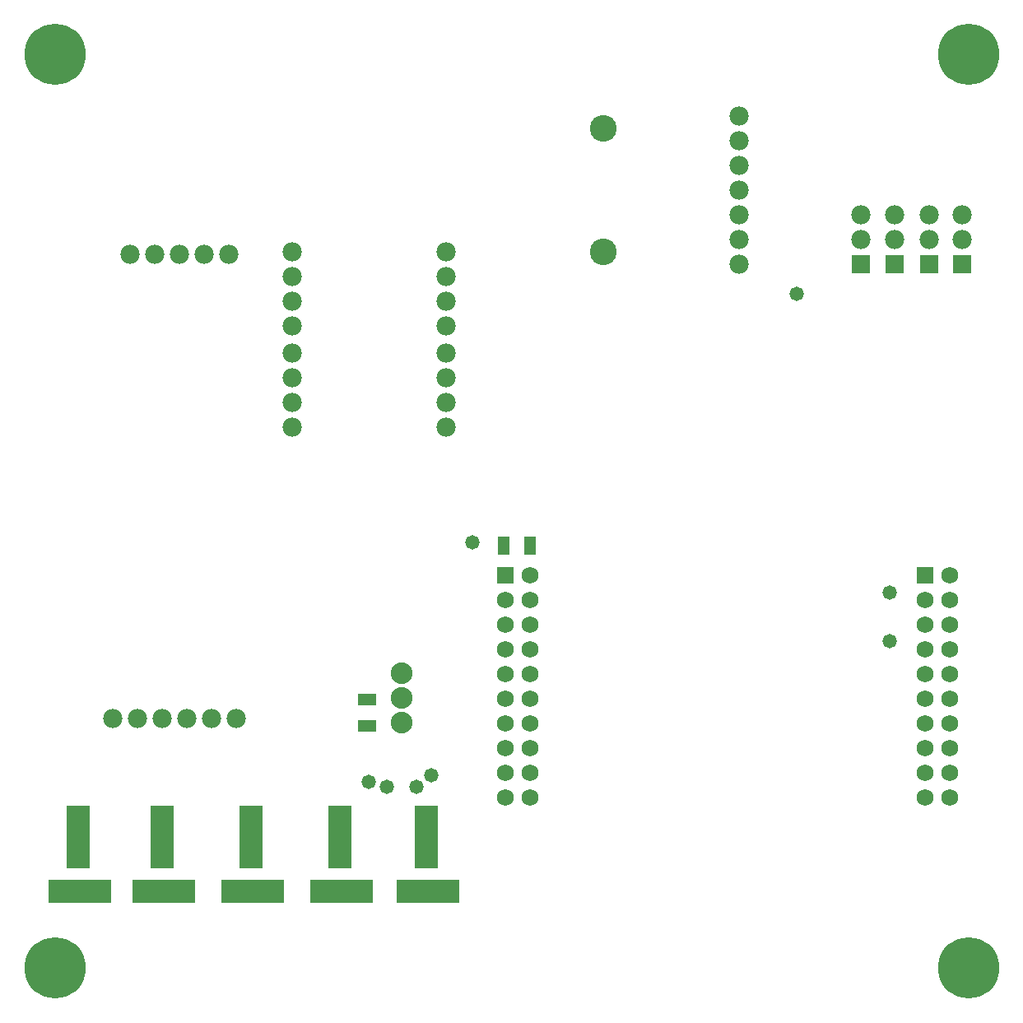
<source format=gbs>
G04*
G04 #@! TF.GenerationSoftware,Altium Limited,Altium Designer,18.1.9 (240)*
G04*
G04 Layer_Color=16711935*
%FSLAX25Y25*%
%MOIN*%
G70*
G01*
G75*
%ADD15R,0.07493X0.05131*%
%ADD16C,0.07800*%
%ADD17R,0.07800X0.07800*%
%ADD18C,0.08800*%
%ADD19C,0.06800*%
%ADD20R,0.06800X0.06800*%
%ADD21C,0.10800*%
%ADD22R,0.09800X0.25800*%
%ADD23R,0.25800X0.09800*%
%ADD24C,0.05800*%
%ADD25C,0.24800*%
%ADD38R,0.05131X0.07493*%
D15*
X141500Y113185D02*
D03*
Y123815D02*
D03*
D16*
X85500Y304000D02*
D03*
X75500D02*
D03*
X45500D02*
D03*
X55500D02*
D03*
X65500D02*
D03*
X341500Y320000D02*
D03*
Y310000D02*
D03*
X355000D02*
D03*
Y320000D02*
D03*
X369000D02*
D03*
Y310000D02*
D03*
X382500D02*
D03*
Y320000D02*
D03*
X292000Y330000D02*
D03*
Y320000D02*
D03*
Y310000D02*
D03*
Y300000D02*
D03*
Y340000D02*
D03*
Y350000D02*
D03*
Y360000D02*
D03*
X111000Y305000D02*
D03*
Y285000D02*
D03*
Y275000D02*
D03*
Y264000D02*
D03*
Y254000D02*
D03*
Y244000D02*
D03*
Y234000D02*
D03*
Y295000D02*
D03*
X173500Y305000D02*
D03*
Y285000D02*
D03*
Y275000D02*
D03*
Y264000D02*
D03*
Y254000D02*
D03*
Y244000D02*
D03*
Y234000D02*
D03*
Y295000D02*
D03*
X38500Y116000D02*
D03*
X48500D02*
D03*
X58500D02*
D03*
X68500D02*
D03*
X78500D02*
D03*
X88500D02*
D03*
D17*
X341500Y300000D02*
D03*
X355000D02*
D03*
X369000D02*
D03*
X382500D02*
D03*
D18*
X155500Y124500D02*
D03*
Y134500D02*
D03*
Y114500D02*
D03*
D19*
X377500Y84000D02*
D03*
Y94000D02*
D03*
Y104000D02*
D03*
Y114000D02*
D03*
Y124000D02*
D03*
Y134000D02*
D03*
Y144000D02*
D03*
Y154000D02*
D03*
Y164000D02*
D03*
Y174000D02*
D03*
X367500Y84000D02*
D03*
Y94000D02*
D03*
Y104000D02*
D03*
Y114000D02*
D03*
Y124000D02*
D03*
Y134000D02*
D03*
Y144000D02*
D03*
Y154000D02*
D03*
Y164000D02*
D03*
X197500D02*
D03*
Y154000D02*
D03*
Y144000D02*
D03*
Y134000D02*
D03*
Y124000D02*
D03*
Y114000D02*
D03*
Y104000D02*
D03*
Y94000D02*
D03*
Y84000D02*
D03*
X207500Y174000D02*
D03*
Y164000D02*
D03*
Y154000D02*
D03*
Y144000D02*
D03*
Y134000D02*
D03*
Y124000D02*
D03*
Y114000D02*
D03*
Y104000D02*
D03*
Y94000D02*
D03*
Y84000D02*
D03*
D20*
X367500Y174000D02*
D03*
X197500D02*
D03*
D21*
X237000Y305000D02*
D03*
Y355000D02*
D03*
D22*
X24500Y68000D02*
D03*
X58500D02*
D03*
X94500D02*
D03*
X130500D02*
D03*
X165500D02*
D03*
D23*
X25000Y46000D02*
D03*
X59000D02*
D03*
X95000D02*
D03*
X131000D02*
D03*
X166000D02*
D03*
D24*
X315500Y288000D02*
D03*
X167500Y92956D02*
D03*
X142000Y90500D02*
D03*
X161500Y88500D02*
D03*
X149500D02*
D03*
X184000Y187500D02*
D03*
X353000Y147500D02*
D03*
Y167000D02*
D03*
D25*
X15000Y15000D02*
D03*
Y385000D02*
D03*
X385000D02*
D03*
Y15000D02*
D03*
D38*
X196685Y186000D02*
D03*
X207315D02*
D03*
M02*

</source>
